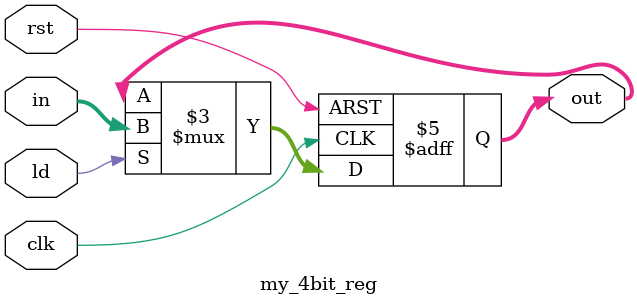
<source format=v>
module my_4bit_reg(in, clk, ld, rst, out);
	input clk, rst, ld;
	input [3:0] in;
	output [3:0] out;
	reg [3:0] out;
always @(posedge clk, posedge rst)
	if(rst)
		out = 4'b0000;
	else if(ld)
		out = in;
endmodule

</source>
